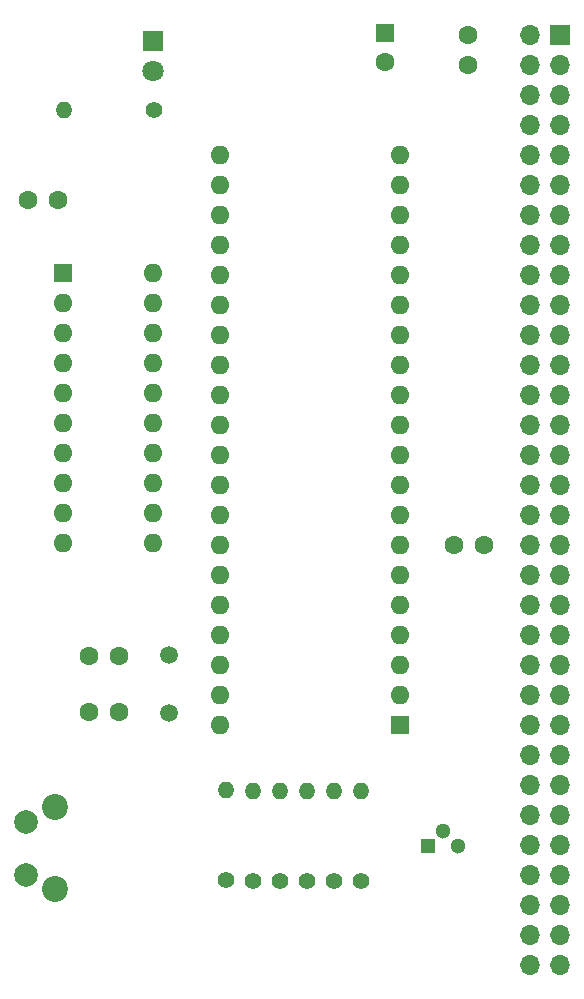
<source format=gts>
G04 #@! TF.GenerationSoftware,KiCad,Pcbnew,8.0.4*
G04 #@! TF.CreationDate,2024-09-10T11:13:26-04:00*
G04 #@! TF.ProjectId,LB-6809-01,4c422d36-3830-4392-9d30-312e6b696361,3*
G04 #@! TF.SameCoordinates,Original*
G04 #@! TF.FileFunction,Soldermask,Top*
G04 #@! TF.FilePolarity,Negative*
%FSLAX46Y46*%
G04 Gerber Fmt 4.6, Leading zero omitted, Abs format (unit mm)*
G04 Created by KiCad (PCBNEW 8.0.4) date 2024-09-10 11:13:26*
%MOMM*%
%LPD*%
G01*
G04 APERTURE LIST*
%ADD10R,1.700000X1.700000*%
%ADD11O,1.700000X1.700000*%
%ADD12R,1.600000X1.600000*%
%ADD13O,1.600000X1.600000*%
%ADD14C,1.400000*%
%ADD15O,1.400000X1.400000*%
%ADD16C,1.600000*%
%ADD17C,1.500000*%
%ADD18R,1.800000X1.800000*%
%ADD19C,1.800000*%
%ADD20C,2.000000*%
%ADD21C,2.200000*%
%ADD22R,1.300000X1.300000*%
%ADD23C,1.300000*%
G04 APERTURE END LIST*
D10*
X179890000Y-54615000D03*
D11*
X177350000Y-54615000D03*
X179890000Y-57155000D03*
X177350000Y-57155000D03*
X179890000Y-59695000D03*
X177350000Y-59695000D03*
X179890000Y-62235000D03*
X177350000Y-62235000D03*
X179890000Y-64775000D03*
X177350000Y-64775000D03*
X179890000Y-67315000D03*
X177350000Y-67315000D03*
X179890000Y-69855000D03*
X177350000Y-69855000D03*
X179890000Y-72395000D03*
X177350000Y-72395000D03*
X179890000Y-74935000D03*
X177350000Y-74935000D03*
X179890000Y-77475000D03*
X177350000Y-77475000D03*
X179890000Y-80015000D03*
X177350000Y-80015000D03*
X179890000Y-82555000D03*
X177350000Y-82555000D03*
X179890000Y-85095000D03*
X177350000Y-85095000D03*
X179890000Y-87635000D03*
X177350000Y-87635000D03*
X179890000Y-90175000D03*
X177350000Y-90175000D03*
X179890000Y-92715000D03*
X177350000Y-92715000D03*
X179890000Y-95255000D03*
X177350000Y-95255000D03*
X179890000Y-97795000D03*
X177350000Y-97795000D03*
X179890000Y-100335000D03*
X177350000Y-100335000D03*
X179890000Y-102875000D03*
X177350000Y-102875000D03*
X179890000Y-105415000D03*
X177350000Y-105415000D03*
X179890000Y-107955000D03*
X177350000Y-107955000D03*
X179890000Y-110495000D03*
X177350000Y-110495000D03*
X179890000Y-113035000D03*
X177350000Y-113035000D03*
X179890000Y-115575000D03*
X177350000Y-115575000D03*
X179890000Y-118115000D03*
X177350000Y-118115000D03*
X179890000Y-120655000D03*
X177350000Y-120655000D03*
X179890000Y-123195000D03*
X177350000Y-123195000D03*
X179890000Y-125735000D03*
X177350000Y-125735000D03*
X179890000Y-128275000D03*
X177350000Y-128275000D03*
X179890000Y-130815000D03*
X177350000Y-130815000D03*
X179890000Y-133355000D03*
X177350000Y-133355000D03*
D12*
X166375000Y-113025000D03*
D13*
X166375000Y-110485000D03*
X166375000Y-107945000D03*
X166375000Y-105405000D03*
X166375000Y-102865000D03*
X166375000Y-100325000D03*
X166375000Y-97785000D03*
X166375000Y-95245000D03*
X166375000Y-92705000D03*
X166375000Y-90165000D03*
X166375000Y-87625000D03*
X166375000Y-85085000D03*
X166375000Y-82545000D03*
X166375000Y-80005000D03*
X166375000Y-77465000D03*
X166375000Y-74925000D03*
X166375000Y-72385000D03*
X166375000Y-69845000D03*
X166375000Y-67305000D03*
X166375000Y-64765000D03*
X151135000Y-64765000D03*
X151135000Y-67305000D03*
X151135000Y-69845000D03*
X151135000Y-72385000D03*
X151135000Y-74925000D03*
X151135000Y-77465000D03*
X151135000Y-80005000D03*
X151135000Y-82545000D03*
X151135000Y-85085000D03*
X151135000Y-87625000D03*
X151135000Y-90165000D03*
X151135000Y-92705000D03*
X151135000Y-95245000D03*
X151135000Y-97785000D03*
X151135000Y-100325000D03*
X151135000Y-102865000D03*
X151135000Y-105405000D03*
X151135000Y-107945000D03*
X151135000Y-110485000D03*
X151135000Y-113025000D03*
D14*
X153924000Y-126238000D03*
D15*
X153924000Y-118618000D03*
D14*
X158496000Y-126238000D03*
D15*
X158496000Y-118618000D03*
D14*
X163068000Y-126238000D03*
D15*
X163068000Y-118618000D03*
D14*
X156210000Y-126238000D03*
D15*
X156210000Y-118618000D03*
D14*
X151638000Y-126187200D03*
D15*
X151638000Y-118567200D03*
D16*
X140044800Y-107162600D03*
X142544800Y-107162600D03*
D17*
X146812000Y-107100200D03*
X146812000Y-111980200D03*
D12*
X137779600Y-74757200D03*
D13*
X137779600Y-77297200D03*
X137779600Y-79837200D03*
X137779600Y-82377200D03*
X137779600Y-84917200D03*
X137779600Y-87457200D03*
X137779600Y-89997200D03*
X137779600Y-92537200D03*
X137779600Y-95077200D03*
X137779600Y-97617200D03*
X145399600Y-97617200D03*
X145399600Y-95077200D03*
X145399600Y-92537200D03*
X145399600Y-89997200D03*
X145399600Y-87457200D03*
X145399600Y-84917200D03*
X145399600Y-82377200D03*
X145399600Y-79837200D03*
X145399600Y-77297200D03*
X145399600Y-74757200D03*
D16*
X134894000Y-68580000D03*
X137394000Y-68580000D03*
X172085000Y-57130000D03*
X172085000Y-54630000D03*
D14*
X145542000Y-60960000D03*
D15*
X137922000Y-60960000D03*
D12*
X165100000Y-54396000D03*
D16*
X165100000Y-56896000D03*
D18*
X145450000Y-55113000D03*
D19*
X145450000Y-57653000D03*
D20*
X134660000Y-125694000D03*
X134660000Y-121194000D03*
D21*
X137160000Y-126944000D03*
X137160000Y-119944000D03*
D22*
X168681400Y-123245200D03*
D23*
X169951400Y-121975200D03*
X171221400Y-123245200D03*
D14*
X160782000Y-126238000D03*
D15*
X160782000Y-118618000D03*
D16*
X140044800Y-111912400D03*
X142544800Y-111912400D03*
X173462000Y-97790000D03*
X170962000Y-97790000D03*
M02*

</source>
